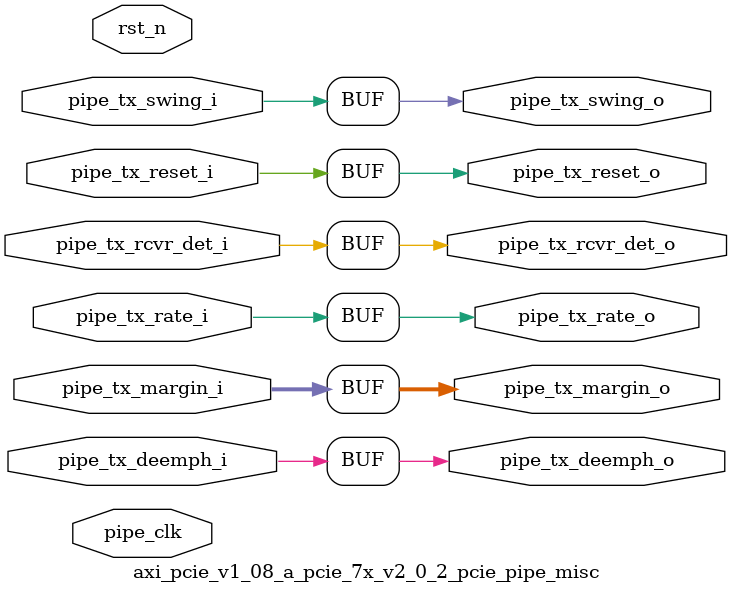
<source format=v>

`timescale 1ps/1ps

module axi_pcie_v1_08_a_pcie_7x_v2_0_2_pcie_pipe_misc #
(
    parameter        PIPE_PIPELINE_STAGES = 0    // 0 - 0 stages, 1 - 1 stage, 2 - 2 stages
)
(

    input   wire        pipe_tx_rcvr_det_i       ,     // PIPE Tx Receiver Detect
    input   wire        pipe_tx_reset_i          ,     // PIPE Tx Reset
    input   wire        pipe_tx_rate_i           ,     // PIPE Tx Rate
    input   wire        pipe_tx_deemph_i         ,     // PIPE Tx Deemphasis
    input   wire [2:0]  pipe_tx_margin_i         ,     // PIPE Tx Margin
    input   wire        pipe_tx_swing_i          ,     // PIPE Tx Swing

    output  wire        pipe_tx_rcvr_det_o       ,     // Pipelined PIPE Tx Receiver Detect
    output  wire        pipe_tx_reset_o          ,     // Pipelined PIPE Tx Reset
    output  wire        pipe_tx_rate_o           ,     // Pipelined PIPE Tx Rate
    output  wire        pipe_tx_deemph_o         ,     // Pipelined PIPE Tx Deemphasis
    output  wire [2:0]  pipe_tx_margin_o         ,     // Pipelined PIPE Tx Margin
    output  wire        pipe_tx_swing_o          ,     // Pipelined PIPE Tx Swing

    input   wire        pipe_clk                ,      // PIPE Clock
    input   wire        rst_n                          // Reset
);

//******************************************************************//
// Reality check.                                                   //
//******************************************************************//

    parameter TCQ  = 1;      // clock to out delay model

    generate

    if (PIPE_PIPELINE_STAGES == 0) begin : pipe_stages_0

        assign pipe_tx_rcvr_det_o = pipe_tx_rcvr_det_i;
        assign pipe_tx_reset_o  = pipe_tx_reset_i;
        assign pipe_tx_rate_o = pipe_tx_rate_i;
        assign pipe_tx_deemph_o = pipe_tx_deemph_i;
        assign pipe_tx_margin_o = pipe_tx_margin_i;
        assign pipe_tx_swing_o = pipe_tx_swing_i;

    end // if (PIPE_PIPELINE_STAGES == 0)
    else if (PIPE_PIPELINE_STAGES == 1) begin : pipe_stages_1

    reg                pipe_tx_rcvr_det_q       ;
    reg                pipe_tx_reset_q          ;
    reg                pipe_tx_rate_q           ;
    reg                pipe_tx_deemph_q         ;
    reg [2:0]          pipe_tx_margin_q         ;
    reg                pipe_tx_swing_q          ;

        always @(posedge pipe_clk) begin

        if (rst_n)
        begin

            pipe_tx_rcvr_det_q <= #TCQ 0;
            pipe_tx_reset_q  <= #TCQ 1'b1;
            pipe_tx_rate_q <= #TCQ 0;
            pipe_tx_deemph_q <= #TCQ 1'b1;
            pipe_tx_margin_q <= #TCQ 0;
            pipe_tx_swing_q <= #TCQ 0;

        end
        else
        begin

            pipe_tx_rcvr_det_q <= #TCQ pipe_tx_rcvr_det_i;
            pipe_tx_reset_q  <= #TCQ pipe_tx_reset_i;
            pipe_tx_rate_q <= #TCQ pipe_tx_rate_i;
            pipe_tx_deemph_q <= #TCQ pipe_tx_deemph_i;
            pipe_tx_margin_q <= #TCQ pipe_tx_margin_i;
            pipe_tx_swing_q <= #TCQ pipe_tx_swing_i;

          end

        end

        assign pipe_tx_rcvr_det_o = pipe_tx_rcvr_det_q;
        assign pipe_tx_reset_o  = pipe_tx_reset_q;
        assign pipe_tx_rate_o = pipe_tx_rate_q;
        assign pipe_tx_deemph_o = pipe_tx_deemph_q;
        assign pipe_tx_margin_o = pipe_tx_margin_q;
        assign pipe_tx_swing_o = pipe_tx_swing_q;

    end // if (PIPE_PIPELINE_STAGES == 1)
    else if (PIPE_PIPELINE_STAGES == 2) begin : pipe_stages_2

    reg                pipe_tx_rcvr_det_q       ;
    reg                pipe_tx_reset_q          ;
    reg                pipe_tx_rate_q           ;
    reg                pipe_tx_deemph_q         ;
    reg [2:0]          pipe_tx_margin_q         ;
    reg                pipe_tx_swing_q          ;

    reg                pipe_tx_rcvr_det_qq      ;
    reg                pipe_tx_reset_qq         ;
    reg                pipe_tx_rate_qq          ;
    reg                pipe_tx_deemph_qq        ;
    reg [2:0]          pipe_tx_margin_qq        ;
    reg                pipe_tx_swing_qq         ;

        always @(posedge pipe_clk) begin

        if (rst_n)
        begin

            pipe_tx_rcvr_det_q <= #TCQ 0;
            pipe_tx_reset_q  <= #TCQ 1'b1;
            pipe_tx_rate_q <= #TCQ 0;
            pipe_tx_deemph_q <= #TCQ 1'b1;
            pipe_tx_margin_q <= #TCQ 0;
            pipe_tx_swing_q <= #TCQ 0;

            pipe_tx_rcvr_det_qq <= #TCQ 0;
            pipe_tx_reset_qq  <= #TCQ 1'b1;
            pipe_tx_rate_qq <= #TCQ 0;
            pipe_tx_deemph_qq <= #TCQ 1'b1;
            pipe_tx_margin_qq <= #TCQ 0;
            pipe_tx_swing_qq <= #TCQ 0;

        end
        else
        begin

            pipe_tx_rcvr_det_q <= #TCQ pipe_tx_rcvr_det_i;
            pipe_tx_reset_q  <= #TCQ pipe_tx_reset_i;
            pipe_tx_rate_q <= #TCQ pipe_tx_rate_i;
            pipe_tx_deemph_q <= #TCQ pipe_tx_deemph_i;
            pipe_tx_margin_q <= #TCQ pipe_tx_margin_i;
            pipe_tx_swing_q <= #TCQ pipe_tx_swing_i;

            pipe_tx_rcvr_det_qq <= #TCQ pipe_tx_rcvr_det_q;
            pipe_tx_reset_qq  <= #TCQ pipe_tx_reset_q;
            pipe_tx_rate_qq <= #TCQ pipe_tx_rate_q;
            pipe_tx_deemph_qq <= #TCQ pipe_tx_deemph_q;
            pipe_tx_margin_qq <= #TCQ pipe_tx_margin_q;
            pipe_tx_swing_qq <= #TCQ pipe_tx_swing_q;

          end

        end

        assign pipe_tx_rcvr_det_o = pipe_tx_rcvr_det_qq;
        assign pipe_tx_reset_o  = pipe_tx_reset_qq;
        assign pipe_tx_rate_o = pipe_tx_rate_qq;
        assign pipe_tx_deemph_o = pipe_tx_deemph_qq;
        assign pipe_tx_margin_o = pipe_tx_margin_qq;
        assign pipe_tx_swing_o = pipe_tx_swing_qq;

    end // if (PIPE_PIPELINE_STAGES == 2)

    endgenerate

endmodule


</source>
